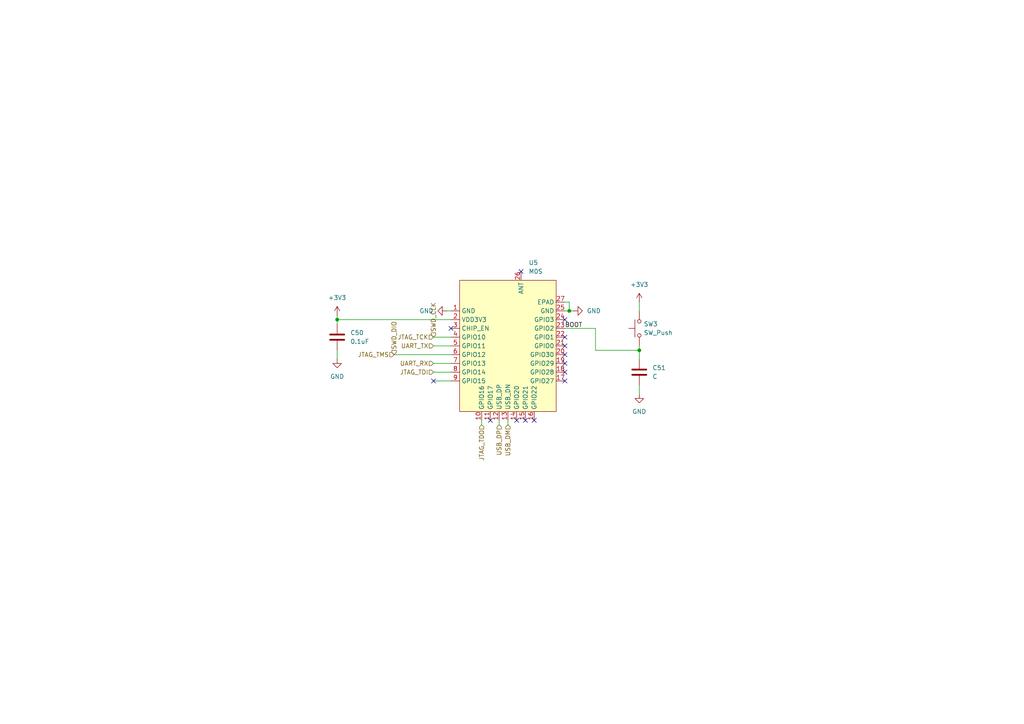
<source format=kicad_sch>
(kicad_sch (version 20231120) (generator "eeschema") (generator_version "8.0")
  (paper "A4")
  (title_block (title "M0S-DAPLink") (date "2024-03-23") (rev "A") (company "TheBadZhang") (comment 1 "成本较低且速度很快") (comment 2 "使用BL616和Cherry-Dap构成"))
  (lib_symbols
    (symbol "Device:C" (pin_numbers hide) (pin_names (offset 0.254))
      (property "Reference" "C" (at 0.635 2.54 0))
      (property "Value" "C" (at 0.635 -2.54 0))
      (symbol "C_0_1"
        (polyline (pts (xy -2.032 -0.762) (xy 2.032 -0.762)) (stroke (width 0.508)))
        (polyline (pts (xy -2.032 0.762) (xy 2.032 0.762)) (stroke (width 0.508)))
      )
      (symbol "C_1_1"
        (pin passive line (at 0 3.81 270) (length 2.794) (name "~") (number "1"))
        (pin passive line (at 0 -3.81 90) (length 2.794) (name "~") (number "2"))
      )
    )
    (symbol "Switch:SW_Push" (pin_numbers hide) (pin_names (offset 1.016) hide)
      (property "Reference" "SW" (at 1.27 2.54 0))
      (property "Value" "SW_Push" (at 0 -1.524 0))
      (symbol "SW_Push_0_1"
        (circle (center -2.032 0) (radius 0.508))
        (polyline (pts (xy 0 1.27) (xy 0 3.048)))
        (polyline (pts (xy 2.54 1.27) (xy -2.54 1.27)))
        (circle (center 2.032 0) (radius 0.508))
        (pin passive line (at -5.08 0 0) (length 2.54) (name "1") (number "1"))
        (pin passive line (at 5.08 0 180) (length 2.54) (name "2") (number "2"))
      )
    )
    (symbol "my_chips:M0S"
      (property "Reference" "U" (at 1.27 39.37 0))
      (property "Value" "M0S" (at 8.128 36.83 0))
      (symbol "M0S_0_1"
        (rectangle (start 0 38.1) (end 27.94 0) (stroke (width 0.1524)) (fill (type background)))
      )
      (symbol "M0S_1_1"
        (pin power_out line (at -2.54 29.21 0) (length 2.54) (name "GND") (number "1"))
        (pin bidirectional line (at 6.35 -2.54 90) (length 2.54) (name "GPIO16") (number "10"))
        (pin bidirectional line (at 8.89 -2.54 90) (length 2.54) (name "GPIO17") (number "11"))
        (pin bidirectional line (at 11.43 -2.54 90) (length 2.54) (name "USB_DP") (number "12"))
        (pin bidirectional line (at 13.97 -2.54 90) (length 2.54) (name "USB_DN") (number "13"))
        (pin bidirectional line (at 16.51 -2.54 90) (length 2.54) (name "GPIO20") (number "14"))
        (pin bidirectional line (at 19.05 -2.54 90) (length 2.54) (name "GPIO21") (number "15"))
        (pin bidirectional line (at 21.59 -2.54 90) (length 2.54) (name "GPIO22") (number "16"))
        (pin bidirectional line (at 30.48 8.89 180) (length 2.54) (name "GPIO27") (number "17"))
        (pin bidirectional line (at 30.48 11.43 180) (length 2.54) (name "GPIO28") (number "18"))
        (pin bidirectional line (at 30.48 13.97 180) (length 2.54) (name "GPIO29") (number "19"))
        (pin power_in line (at -2.54 26.67 0) (length 2.54) (name "VDD3V3") (number "2"))
        (pin bidirectional line (at 30.48 16.51 180) (length 2.54) (name "GPIO30") (number "20"))
        (pin bidirectional line (at 30.48 19.05 180) (length 2.54) (name "GPIO0") (number "21"))
        (pin bidirectional line (at 30.48 21.59 180) (length 2.54) (name "GPIO1") (number "22"))
        (pin bidirectional line (at 30.48 24.13 180) (length 2.54) (name "GPIO2") (number "23"))
        (pin bidirectional line (at 30.48 26.67 180) (length 2.54) (name "GPIO3") (number "24"))
        (pin power_out line (at 30.48 29.21 180) (length 2.54) (name "GND") (number "25"))
        (pin output line (at 17.78 40.64 270) (length 2.54) (name "ANT") (number "26"))
        (pin power_out line (at 30.48 31.75 180) (length 2.54) (name "EPAD") (number "27"))
        (pin input line (at -2.54 24.13 0) (length 2.54) (name "CHIP_EN") (number "3"))
        (pin bidirectional line (at -2.54 21.59 0) (length 2.54) (name "GPIO10") (number "4"))
        (pin bidirectional line (at -2.54 19.05 0) (length 2.54) (name "GPIO11") (number "5"))
        (pin bidirectional line (at -2.54 16.51 0) (length 2.54) (name "GPIO12") (number "6"))
        (pin bidirectional line (at -2.54 13.97 0) (length 2.54) (name "GPIO13") (number "7"))
        (pin bidirectional line (at -2.54 11.43 0) (length 2.54) (name "GPIO14") (number "8"))
        (pin bidirectional line (at -2.54 8.89 0) (length 2.54) (name "GPIO15") (number "9"))
      )
    )
    (symbol "power:+3V3" (power) (pin_numbers hide) (pin_names (offset 0) hide)
      (property "Value" "+3V3" (at 0 3.556 0))
      (symbol "+3V3_0_1"
        (polyline (pts (xy -0.762 1.27) (xy 0 2.54)))
        (polyline (pts (xy 0 0) (xy 0 2.54)))
        (polyline (pts (xy 0 2.54) (xy 0.762 1.27)))
      )
      (symbol "+3V3_1_1"
        (pin power_in line (at 0 0 90) (length 0) (name "~") (number "1"))
      )
    )
    (symbol "power:GND" (power) (pin_numbers hide) (pin_names (offset 0) hide)
      (property "Value" "GND" (at 0 -3.81 0))
      (symbol "GND_0_1"
        (polyline (pts (xy 0 0) (xy 0 -1.27) (xy 1.27 -1.27) (xy 0 -2.54) (xy -1.27 -1.27) (xy 0 -1.27)))
      )
      (symbol "GND_1_1"
        (pin power_in line (at 0 0 270) (length 0) (name "~") (number "1"))
      )
    )
  )
  (junction (at 185.42 101.6))
  (junction (at 97.79 92.71))
  (junction (at 165.1 90.17))
  (no_connect (at 151.13 78.74))
  (no_connect (at 163.83 107.95))
  (no_connect (at 163.83 100.33))
  (no_connect (at 152.4 121.92))
  (no_connect (at 163.83 105.41))
  (no_connect (at 149.86 121.92))
  (no_connect (at 130.81 95.25))
  (no_connect (at 163.83 102.87))
  (no_connect (at 163.83 92.71))
  (no_connect (at 125.73 110.49))
  (no_connect (at 163.83 97.79))
  (no_connect (at 142.24 121.92))
  (no_connect (at 163.83 110.49))
  (no_connect (at 154.94 121.92))
  (wire (pts (xy 129.54 90.17) (xy 130.81 90.17)))
  (wire (pts (xy 97.79 92.71) (xy 97.79 93.98)))
  (wire (pts (xy 172.72 95.25) (xy 163.83 95.25)))
  (wire (pts (xy 163.83 90.17) (xy 165.1 90.17)))
  (wire (pts (xy 172.72 101.6) (xy 172.72 95.25)))
  (wire (pts (xy 97.79 92.71) (xy 130.81 92.71)))
  (wire (pts (xy 185.42 101.6) (xy 185.42 104.14)))
  (wire (pts (xy 163.83 87.63) (xy 165.1 87.63)))
  (wire (pts (xy 125.73 107.95) (xy 130.81 107.95)))
  (wire (pts (xy 185.42 100.33) (xy 185.42 101.6)))
  (wire (pts (xy 114.3 102.87) (xy 130.81 102.87)))
  (wire (pts (xy 97.79 91.44) (xy 97.79 92.71)))
  (wire (pts (xy 185.42 111.76) (xy 185.42 114.3)))
  (wire (pts (xy 144.78 123.19) (xy 144.78 121.92)))
  (wire (pts (xy 125.73 100.33) (xy 130.81 100.33)))
  (wire (pts (xy 125.73 97.79) (xy 130.81 97.79)))
  (wire (pts (xy 147.32 123.19) (xy 147.32 121.92)))
  (wire (pts (xy 125.73 110.49) (xy 130.81 110.49)))
  (wire (pts (xy 165.1 90.17) (xy 166.37 90.17)))
  (wire (pts (xy 139.7 123.19) (xy 139.7 121.92)))
  (wire (pts (xy 125.73 105.41) (xy 130.81 105.41)))
  (wire (pts (xy 165.1 87.63) (xy 165.1 90.17)))
  (wire (pts (xy 185.42 101.6) (xy 172.72 101.6)))
  (wire (pts (xy 97.79 101.6) (xy 97.79 104.14)))
  (wire (pts (xy 185.42 87.63) (xy 185.42 90.17)))
  (label "BOOT" (at 163.83 95.25 0))
  (hierarchical_label "SWD_CLK" (shape input) (at 125.73 97.79 90))
  (hierarchical_label "JTAG_TCK" (shape input) (at 125.73 97.79 180))
  (hierarchical_label "JTAG_TDI" (shape input) (at 125.73 107.95 180))
  (hierarchical_label "USB_DM" (shape input) (at 147.32 123.19 270))
  (hierarchical_label "UART_RX" (shape input) (at 125.73 105.41 180))
  (hierarchical_label "USB_DP" (shape input) (at 144.78 123.19 270))
  (hierarchical_label "UART_TX" (shape input) (at 125.73 100.33 180))
  (hierarchical_label "SWD_DIO" (shape input) (at 114.3 102.87 90))
  (hierarchical_label "JTAG_TMS" (shape input) (at 114.3 102.87 180))
  (hierarchical_label "JTAG_TDO" (shape input) (at 139.7 123.19 270))
  (symbol (lib_id "Device:C") (at 185.42 107.95 0) (unit 1)
    (property "Reference" "C51" (at 189.23 106.6799 0) (effects (justify left)))
    (property "Value" "C" (at 189.23 109.2199 0) (effects (justify left)))
    (property "Description" "Unpolarized capacitor" (effects (hide yes)))
  )
  (symbol (lib_id "power:GND") (at 129.54 90.17 270) (unit 1)
    (property "Reference" "#PWR059" (effects (hide yes)))
    (property "Value" "GND" (at 125.73 90.1699 90) (effects (justify right)))
    (property "Description" "Power symbol creates a global label with name \"GND\" , ground" (effects (hide yes)))
  )
  (symbol (lib_id "power:GND") (at 185.42 114.3 0) (unit 1)
    (property "Reference" "#PWR063" (effects (hide yes)))
    (property "Value" "GND" (at 185.42 119.38 0))
    (property "Description" "Power symbol creates a global label with name \"GND\" , ground" (effects (hide yes)))
  )
  (symbol (lib_id "Device:C") (at 97.79 97.79 0) (unit 1)
    (property "Reference" "C50" (at 101.6 96.5199 0) (effects (justify left)))
    (property "Value" "0.1uF" (at 101.6 99.0599 0) (effects (justify left)))
    (property "Description" "Unpolarized capacitor" (effects (hide yes)))
  )
  (symbol (lib_id "power:+3V3") (at 185.42 87.63 0) (unit 1)
    (property "Reference" "#PWR058" (effects (hide yes)))
    (property "Value" "+3V3" (at 185.42 82.55 0))
    (property "Description" "Power symbol creates a global label with name \"+3V3\"" (effects (hide yes)))
  )
  (symbol (lib_id "power:+3V3") (at 97.79 91.44 0) (unit 1)
    (property "Reference" "#PWR061" (effects (hide yes)))
    (property "Value" "+3V3" (at 97.79 86.36 0))
    (property "Description" "Power symbol creates a global label with name \"+3V3\"" (effects (hide yes)))
  )
  (symbol (lib_id "my_chips:M0S") (at 133.35 119.38 0) (unit 1)
    (property "Reference" "U5" (at 153.3241 76.2 0) (effects (justify left)))
    (property "Value" "M0S" (at 153.3241 78.74 0) (effects (justify left)))
    (property "Footprint" "my_chips:M0S" (effects (hide yes)))
  )
  (symbol (lib_id "power:GND") (at 97.79 104.14 0) (unit 1)
    (property "Reference" "#PWR062" (effects (hide yes)))
    (property "Value" "GND" (at 97.79 109.22 0))
    (property "Description" "Power symbol creates a global label with name \"GND\" , ground" (effects (hide yes)))
  )
  (symbol (lib_id "power:GND") (at 166.37 90.17 90) (unit 1)
    (property "Reference" "#PWR060" (effects (hide yes)))
    (property "Value" "GND" (at 170.18 90.1699 90) (effects (justify right)))
    (property "Description" "Power symbol creates a global label with name \"GND\" , ground" (effects (hide yes)))
  )
  (symbol (lib_id "Switch:SW_Push") (at 185.42 95.25 90) (unit 1)
    (property "Reference" "SW3" (at 186.69 93.9799 90) (effects (justify right)))
    (property "Value" "SW_Push" (at 186.69 96.5199 90) (effects (justify right)))
    (property "Footprint" "my_footprint:KEY-SMD_4P-L4.2-W3.4-P2.15-LS4.5-TL" (effects (hide yes)))
    (property "Description" "Push button switch, generic, two pins" (effects (hide yes)))
  )
)
</source>
